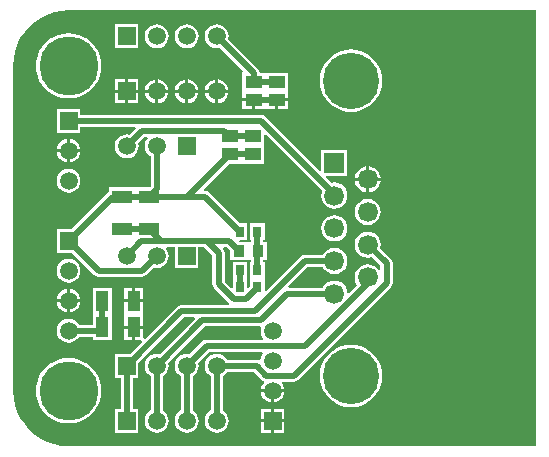
<source format=gtl>
G04 Layer_Physical_Order=1*
G04 Layer_Color=255*
%FSLAX24Y24*%
%MOIN*%
G70*
G01*
G75*
%ADD10R,0.0433X0.0669*%
%ADD11R,0.0669X0.0433*%
%ADD12R,0.0276X0.0354*%
%ADD13R,0.0551X0.0433*%
%ADD14R,0.0374X0.0394*%
%ADD15C,0.0200*%
%ADD16C,0.1874*%
%ADD17R,0.0665X0.0665*%
%ADD18C,0.0665*%
%ADD19C,0.0591*%
%ADD20R,0.0591X0.0591*%
%ADD21R,0.0591X0.0591*%
%ADD22C,0.1969*%
G36*
X0Y12674D02*
X15595D01*
Y-1847D01*
X0D01*
X-7Y-1848D01*
X-241Y-1833D01*
X-479Y-1786D01*
X-708Y-1708D01*
X-924Y-1601D01*
X-1126Y-1467D01*
X-1307Y-1307D01*
X-1467Y-1126D01*
X-1601Y-924D01*
X-1708Y-708D01*
X-1786Y-479D01*
X-1833Y-241D01*
X-1848Y-7D01*
X-1847Y0D01*
Y10827D01*
X-1848Y10834D01*
X-1833Y11068D01*
X-1786Y11305D01*
X-1708Y11534D01*
X-1601Y11751D01*
X-1467Y11952D01*
X-1307Y12134D01*
X-1126Y12294D01*
X-924Y12428D01*
X-708Y12535D01*
X-479Y12613D01*
X-241Y12660D01*
X-7Y12675D01*
X0Y12674D01*
D02*
G37*
%LPC*%
G36*
X2498Y3435D02*
X2231D01*
Y3050D01*
X2498D01*
Y3435D01*
D02*
G37*
G36*
X0Y4399D02*
X-103Y4385D01*
X-199Y4345D01*
X-282Y4282D01*
X-345Y4199D01*
X-385Y4103D01*
X-399Y4000D01*
X-385Y3897D01*
X-345Y3801D01*
X-282Y3718D01*
X-199Y3655D01*
X-103Y3615D01*
X0Y3601D01*
X103Y3615D01*
X199Y3655D01*
X282Y3718D01*
X345Y3801D01*
X385Y3897D01*
X399Y4000D01*
X385Y4103D01*
X345Y4199D01*
X282Y4282D01*
X199Y4345D01*
X103Y4385D01*
X0Y4399D01*
D02*
G37*
G36*
X8859Y5850D02*
X8746Y5835D01*
X8641Y5791D01*
X8550Y5722D01*
X8481Y5632D01*
X8437Y5526D01*
X8422Y5413D01*
X8437Y5300D01*
X8481Y5195D01*
X8550Y5105D01*
X8641Y5035D01*
X8746Y4992D01*
X8859Y4977D01*
X8972Y4992D01*
X9077Y5035D01*
X9167Y5105D01*
X9237Y5195D01*
X9280Y5300D01*
X9295Y5413D01*
X9280Y5526D01*
X9237Y5632D01*
X9167Y5722D01*
X9077Y5791D01*
X8972Y5835D01*
X8859Y5850D01*
D02*
G37*
G36*
X2131Y3435D02*
X1865D01*
Y3050D01*
X2131D01*
Y3435D01*
D02*
G37*
G36*
X-50Y3392D02*
X-103Y3385D01*
X-199Y3345D01*
X-282Y3282D01*
X-345Y3199D01*
X-385Y3103D01*
X-392Y3050D01*
X-50D01*
Y3392D01*
D02*
G37*
G36*
X50D02*
Y3050D01*
X392D01*
X385Y3103D01*
X345Y3199D01*
X282Y3282D01*
X199Y3345D01*
X103Y3385D01*
X50Y3392D01*
D02*
G37*
G36*
X9977Y6395D02*
X9864Y6380D01*
X9759Y6337D01*
X9668Y6267D01*
X9599Y6177D01*
X9555Y6072D01*
X9540Y5959D01*
X9555Y5846D01*
X9599Y5740D01*
X9668Y5650D01*
X9759Y5581D01*
X9864Y5537D01*
X9977Y5522D01*
X10090Y5537D01*
X10195Y5581D01*
X10285Y5650D01*
X10355Y5740D01*
X10398Y5846D01*
X10413Y5959D01*
X10398Y6072D01*
X10355Y6177D01*
X10285Y6267D01*
X10195Y6337D01*
X10090Y6380D01*
X9977Y6395D01*
D02*
G37*
G36*
X9927Y7479D02*
X9864Y7471D01*
X9759Y7427D01*
X9668Y7358D01*
X9599Y7267D01*
X9555Y7162D01*
X9547Y7099D01*
X9927D01*
Y7479D01*
D02*
G37*
G36*
X10027D02*
Y7099D01*
X10407D01*
X10398Y7162D01*
X10355Y7267D01*
X10285Y7358D01*
X10195Y7427D01*
X10090Y7471D01*
X10027Y7479D01*
D02*
G37*
G36*
X-50Y7950D02*
X-392D01*
X-385Y7897D01*
X-345Y7801D01*
X-282Y7718D01*
X-199Y7655D01*
X-103Y7615D01*
X-50Y7608D01*
Y7950D01*
D02*
G37*
G36*
X0Y7399D02*
X-103Y7385D01*
X-199Y7345D01*
X-282Y7282D01*
X-345Y7199D01*
X-385Y7103D01*
X-399Y7000D01*
X-385Y6897D01*
X-345Y6801D01*
X-282Y6718D01*
X-199Y6655D01*
X-103Y6615D01*
X0Y6601D01*
X103Y6615D01*
X199Y6655D01*
X282Y6718D01*
X345Y6801D01*
X385Y6897D01*
X399Y7000D01*
X385Y7103D01*
X345Y7199D01*
X282Y7282D01*
X199Y7345D01*
X103Y7385D01*
X0Y7399D01*
D02*
G37*
G36*
X9927Y6999D02*
X9547D01*
X9555Y6936D01*
X9599Y6831D01*
X9668Y6741D01*
X9759Y6671D01*
X9864Y6628D01*
X9927Y6619D01*
Y6999D01*
D02*
G37*
G36*
X10407D02*
X10027D01*
Y6619D01*
X10090Y6628D01*
X10195Y6671D01*
X10285Y6741D01*
X10355Y6831D01*
X10398Y6936D01*
X10407Y6999D01*
D02*
G37*
G36*
X6750Y-605D02*
X6405D01*
Y-950D01*
X6750D01*
Y-605D01*
D02*
G37*
G36*
X7195D02*
X6850D01*
Y-950D01*
X7195D01*
Y-605D01*
D02*
G37*
G36*
X9418Y1534D02*
X9255Y1522D01*
X9096Y1483D01*
X8946Y1421D01*
X8806Y1336D01*
X8682Y1230D01*
X8576Y1106D01*
X8491Y966D01*
X8429Y816D01*
X8390Y657D01*
X8378Y494D01*
X8390Y331D01*
X8429Y173D01*
X8491Y22D01*
X8576Y-117D01*
X8682Y-241D01*
X8806Y-347D01*
X8946Y-433D01*
X9096Y-495D01*
X9255Y-533D01*
X9418Y-546D01*
X9581Y-533D01*
X9739Y-495D01*
X9890Y-433D01*
X10029Y-347D01*
X10153Y-241D01*
X10259Y-117D01*
X10345Y22D01*
X10407Y173D01*
X10445Y331D01*
X10458Y494D01*
X10445Y657D01*
X10407Y816D01*
X10345Y966D01*
X10259Y1106D01*
X10153Y1230D01*
X10029Y1336D01*
X9890Y1421D01*
X9739Y1483D01*
X9581Y1522D01*
X9418Y1534D01*
D02*
G37*
G36*
X6750Y-1050D02*
X6405D01*
Y-1395D01*
X6750D01*
Y-1050D01*
D02*
G37*
G36*
X7195D02*
X6850D01*
Y-1395D01*
X7195D01*
Y-1050D01*
D02*
G37*
G36*
X0Y1088D02*
X-170Y1074D01*
X-336Y1034D01*
X-494Y969D01*
X-639Y880D01*
X-769Y769D01*
X-880Y639D01*
X-969Y494D01*
X-1034Y336D01*
X-1074Y170D01*
X-1088Y0D01*
X-1074Y-170D01*
X-1034Y-336D01*
X-969Y-494D01*
X-880Y-639D01*
X-769Y-769D01*
X-639Y-880D01*
X-494Y-969D01*
X-336Y-1034D01*
X-170Y-1074D01*
X0Y-1088D01*
X170Y-1074D01*
X336Y-1034D01*
X494Y-969D01*
X639Y-880D01*
X769Y-769D01*
X880Y-639D01*
X969Y-494D01*
X1034Y-336D01*
X1074Y-170D01*
X1088Y0D01*
X1074Y170D01*
X1034Y336D01*
X969Y494D01*
X880Y639D01*
X769Y769D01*
X639Y880D01*
X494Y969D01*
X336Y1034D01*
X170Y1074D01*
X0Y1088D01*
D02*
G37*
G36*
X6750Y-50D02*
X6408D01*
X6415Y-103D01*
X6455Y-199D01*
X6518Y-282D01*
X6601Y-345D01*
X6697Y-385D01*
X6750Y-392D01*
Y-50D01*
D02*
G37*
G36*
X1435Y3435D02*
X802D01*
Y2565D01*
X802D01*
Y2547D01*
X802D01*
Y2204D01*
X342D01*
X282Y2282D01*
X199Y2345D01*
X103Y2385D01*
X0Y2399D01*
X-103Y2385D01*
X-199Y2345D01*
X-282Y2282D01*
X-345Y2199D01*
X-385Y2103D01*
X-399Y2000D01*
X-385Y1897D01*
X-345Y1801D01*
X-282Y1718D01*
X-199Y1655D01*
X-103Y1615D01*
X0Y1601D01*
X103Y1615D01*
X199Y1655D01*
X282Y1718D01*
X342Y1796D01*
X802D01*
Y1678D01*
X1435D01*
Y2547D01*
X1435D01*
Y2565D01*
X1435D01*
Y3435D01*
D02*
G37*
G36*
X-50Y2950D02*
X-392D01*
X-385Y2897D01*
X-345Y2801D01*
X-282Y2718D01*
X-199Y2655D01*
X-103Y2615D01*
X-50Y2608D01*
Y2950D01*
D02*
G37*
G36*
X392D02*
X50D01*
Y2608D01*
X103Y2615D01*
X199Y2655D01*
X282Y2718D01*
X345Y2801D01*
X385Y2897D01*
X392Y2950D01*
D02*
G37*
G36*
X7192Y-50D02*
X6850D01*
Y-392D01*
X6903Y-385D01*
X6999Y-345D01*
X7082Y-282D01*
X7145Y-199D01*
X7185Y-103D01*
X7192Y-50D01*
D02*
G37*
G36*
X2131Y2062D02*
X1865D01*
Y1678D01*
X2131D01*
Y2062D01*
D02*
G37*
G36*
X2498Y2950D02*
X2182D01*
X1865D01*
Y2597D01*
X1865Y2565D01*
X1865Y2515D01*
Y2163D01*
X2182D01*
X2498D01*
Y2515D01*
X2498Y2547D01*
X2498Y2597D01*
Y2950D01*
D02*
G37*
G36*
X392Y7950D02*
X50D01*
Y7608D01*
X103Y7615D01*
X199Y7655D01*
X282Y7718D01*
X345Y7801D01*
X385Y7897D01*
X392Y7950D01*
D02*
G37*
G36*
X2332Y10376D02*
X1987D01*
Y10031D01*
X2332D01*
Y10376D01*
D02*
G37*
G36*
X2887Y10373D02*
X2834Y10366D01*
X2738Y10326D01*
X2655Y10263D01*
X2592Y10180D01*
X2552Y10084D01*
X2545Y10031D01*
X2887D01*
Y10373D01*
D02*
G37*
G36*
X2987D02*
Y10031D01*
X3329D01*
X3322Y10084D01*
X3282Y10180D01*
X3219Y10263D01*
X3136Y10326D01*
X3040Y10366D01*
X2987Y10373D01*
D02*
G37*
G36*
X5329Y9931D02*
X4987D01*
Y9589D01*
X5040Y9596D01*
X5136Y9636D01*
X5219Y9699D01*
X5282Y9782D01*
X5322Y9878D01*
X5329Y9931D01*
D02*
G37*
G36*
X0Y11914D02*
X-170Y11901D01*
X-336Y11861D01*
X-494Y11796D01*
X-639Y11707D01*
X-769Y11596D01*
X-880Y11466D01*
X-969Y11321D01*
X-1034Y11163D01*
X-1074Y10997D01*
X-1088Y10827D01*
X-1074Y10657D01*
X-1034Y10491D01*
X-969Y10333D01*
X-880Y10187D01*
X-769Y10058D01*
X-639Y9947D01*
X-494Y9858D01*
X-336Y9792D01*
X-170Y9753D01*
X0Y9739D01*
X170Y9753D01*
X336Y9792D01*
X494Y9858D01*
X639Y9947D01*
X769Y10058D01*
X880Y10187D01*
X969Y10333D01*
X1034Y10491D01*
X1074Y10657D01*
X1088Y10827D01*
X1074Y10997D01*
X1034Y11163D01*
X969Y11321D01*
X880Y11466D01*
X769Y11596D01*
X639Y11707D01*
X494Y11796D01*
X336Y11861D01*
X170Y11901D01*
X0Y11914D01*
D02*
G37*
G36*
X1887Y10376D02*
X1542D01*
Y10031D01*
X1887D01*
Y10376D01*
D02*
G37*
G36*
X3887Y10373D02*
X3834Y10366D01*
X3738Y10326D01*
X3655Y10263D01*
X3592Y10180D01*
X3552Y10084D01*
X3545Y10031D01*
X3887D01*
Y10373D01*
D02*
G37*
G36*
X2937Y12210D02*
X2834Y12196D01*
X2738Y12156D01*
X2655Y12093D01*
X2592Y12010D01*
X2552Y11914D01*
X2538Y11811D01*
X2552Y11708D01*
X2592Y11612D01*
X2655Y11529D01*
X2738Y11466D01*
X2834Y11426D01*
X2937Y11412D01*
X3040Y11426D01*
X3136Y11466D01*
X3219Y11529D01*
X3282Y11612D01*
X3322Y11708D01*
X3336Y11811D01*
X3322Y11914D01*
X3282Y12010D01*
X3219Y12093D01*
X3136Y12156D01*
X3040Y12196D01*
X2937Y12210D01*
D02*
G37*
G36*
X3937D02*
X3834Y12196D01*
X3738Y12156D01*
X3655Y12093D01*
X3592Y12010D01*
X3552Y11914D01*
X3538Y11811D01*
X3552Y11708D01*
X3592Y11612D01*
X3655Y11529D01*
X3738Y11466D01*
X3834Y11426D01*
X3937Y11412D01*
X4040Y11426D01*
X4136Y11466D01*
X4219Y11529D01*
X4282Y11612D01*
X4322Y11708D01*
X4336Y11811D01*
X4322Y11914D01*
X4282Y12010D01*
X4219Y12093D01*
X4136Y12156D01*
X4040Y12196D01*
X3937Y12210D01*
D02*
G37*
G36*
X2332Y12206D02*
X1542D01*
Y11416D01*
X2332D01*
Y12206D01*
D02*
G37*
G36*
X3987Y10373D02*
Y10031D01*
X4329D01*
X4322Y10084D01*
X4282Y10180D01*
X4219Y10263D01*
X4136Y10326D01*
X4040Y10366D01*
X3987Y10373D01*
D02*
G37*
G36*
X4887D02*
X4834Y10366D01*
X4738Y10326D01*
X4655Y10263D01*
X4592Y10180D01*
X4552Y10084D01*
X4545Y10031D01*
X4887D01*
Y10373D01*
D02*
G37*
G36*
X4987D02*
Y10031D01*
X5329D01*
X5322Y10084D01*
X5282Y10180D01*
X5219Y10263D01*
X5136Y10326D01*
X5040Y10366D01*
X4987Y10373D01*
D02*
G37*
G36*
X4887Y9931D02*
X4545D01*
X4552Y9878D01*
X4592Y9782D01*
X4655Y9699D01*
X4738Y9636D01*
X4834Y9596D01*
X4887Y9589D01*
Y9931D01*
D02*
G37*
G36*
X9418Y11373D02*
X9255Y11360D01*
X9096Y11322D01*
X8946Y11260D01*
X8806Y11174D01*
X8682Y11068D01*
X8576Y10944D01*
X8491Y10805D01*
X8429Y10654D01*
X8390Y10495D01*
X8378Y10333D01*
X8390Y10170D01*
X8429Y10011D01*
X8491Y9860D01*
X8576Y9721D01*
X8682Y9597D01*
X8806Y9491D01*
X8946Y9406D01*
X9096Y9343D01*
X9255Y9305D01*
X9418Y9292D01*
X9581Y9305D01*
X9739Y9343D01*
X9890Y9406D01*
X10029Y9491D01*
X10153Y9597D01*
X10259Y9721D01*
X10345Y9860D01*
X10407Y10011D01*
X10445Y10170D01*
X10458Y10333D01*
X10445Y10495D01*
X10407Y10654D01*
X10345Y10805D01*
X10259Y10944D01*
X10153Y11068D01*
X10029Y11174D01*
X9890Y11260D01*
X9739Y11322D01*
X9581Y11360D01*
X9418Y11373D01*
D02*
G37*
G36*
X4937Y12210D02*
X4834Y12196D01*
X4738Y12156D01*
X4655Y12093D01*
X4592Y12010D01*
X4552Y11914D01*
X4538Y11811D01*
X4552Y11708D01*
X4592Y11612D01*
X4655Y11529D01*
X4738Y11466D01*
X4834Y11426D01*
X4937Y11412D01*
X5034Y11425D01*
X5811Y10648D01*
X5793Y10605D01*
X5793D01*
Y9972D01*
Y9748D01*
X6169D01*
Y9698D01*
X6219D01*
Y9382D01*
X6545D01*
Y9381D01*
X6563D01*
Y9382D01*
X6888D01*
Y9698D01*
X6938D01*
Y9748D01*
X7314D01*
Y9972D01*
Y10605D01*
X6563D01*
Y10605D01*
X6545D01*
Y10605D01*
X6368D01*
X6357Y10657D01*
X6313Y10723D01*
X5323Y11714D01*
X5336Y11811D01*
X5322Y11914D01*
X5282Y12010D01*
X5219Y12093D01*
X5136Y12156D01*
X5040Y12196D01*
X4937Y12210D01*
D02*
G37*
G36*
X6119Y9648D02*
X5793D01*
Y9382D01*
X6119D01*
Y9648D01*
D02*
G37*
G36*
X-50Y8392D02*
X-103Y8385D01*
X-199Y8345D01*
X-282Y8282D01*
X-345Y8199D01*
X-385Y8103D01*
X-392Y8050D01*
X-50D01*
Y8392D01*
D02*
G37*
G36*
X50D02*
Y8050D01*
X392D01*
X385Y8103D01*
X345Y8199D01*
X282Y8282D01*
X199Y8345D01*
X103Y8385D01*
X50Y8392D01*
D02*
G37*
G36*
X395Y9395D02*
X-395D01*
Y8605D01*
X395D01*
Y8796D01*
X2229D01*
X2248Y8750D01*
X2034Y8537D01*
X1937Y8549D01*
X1834Y8536D01*
X1738Y8496D01*
X1655Y8433D01*
X1592Y8350D01*
X1552Y8254D01*
X1538Y8151D01*
X1552Y8048D01*
X1592Y7951D01*
X1655Y7869D01*
X1738Y7805D01*
X1834Y7766D01*
X1937Y7752D01*
X2040Y7766D01*
X2136Y7805D01*
X2219Y7869D01*
X2282Y7951D01*
X2322Y8048D01*
X2336Y8151D01*
X2323Y8248D01*
X2534Y8460D01*
X2613D01*
X2638Y8410D01*
X2592Y8350D01*
X2552Y8254D01*
X2538Y8151D01*
X2552Y8048D01*
X2592Y7951D01*
X2655Y7869D01*
X2733Y7809D01*
Y6811D01*
X2707Y6785D01*
X2244D01*
Y6785D01*
X2226D01*
Y6785D01*
X1357D01*
Y6634D01*
X1324Y6613D01*
X107Y5395D01*
X-395D01*
Y4605D01*
X107D01*
X861Y3851D01*
X861Y3851D01*
X927Y3807D01*
X1005Y3791D01*
X1005Y3791D01*
X2442D01*
X2520Y3807D01*
X2586Y3851D01*
X2840Y4105D01*
X2937Y4092D01*
X3040Y4105D01*
X3136Y4145D01*
X3219Y4209D01*
X3282Y4291D01*
X3322Y4387D01*
X3336Y4490D01*
X3322Y4594D01*
X3282Y4690D01*
X3250Y4732D01*
X3275Y4782D01*
X3542D01*
Y4095D01*
X4332D01*
Y4782D01*
X4530D01*
X4796Y4516D01*
Y3552D01*
X4812Y3473D01*
X4856Y3407D01*
X5357Y2906D01*
X5360Y2904D01*
X5345Y2854D01*
X3757D01*
X3679Y2838D01*
X3613Y2794D01*
X2544Y1726D01*
X2498Y1745D01*
Y2062D01*
X2231D01*
Y1678D01*
X2431D01*
X2450Y1632D01*
X2044Y1225D01*
X1542D01*
Y435D01*
X1733D01*
Y-605D01*
X1542D01*
Y-1395D01*
X2332D01*
Y-605D01*
X2141D01*
Y435D01*
X2332D01*
Y937D01*
X3841Y2446D01*
X4199D01*
X4218Y2400D01*
X3034Y1216D01*
X2937Y1229D01*
X2834Y1215D01*
X2738Y1175D01*
X2655Y1112D01*
X2592Y1029D01*
X2552Y933D01*
X2538Y830D01*
X2552Y727D01*
X2592Y631D01*
X2655Y548D01*
X2733Y488D01*
Y-658D01*
X2655Y-718D01*
X2592Y-801D01*
X2552Y-897D01*
X2538Y-1000D01*
X2552Y-1103D01*
X2592Y-1199D01*
X2655Y-1282D01*
X2738Y-1345D01*
X2834Y-1385D01*
X2937Y-1399D01*
X3040Y-1385D01*
X3136Y-1345D01*
X3219Y-1282D01*
X3282Y-1199D01*
X3322Y-1103D01*
X3336Y-1000D01*
X3322Y-897D01*
X3282Y-801D01*
X3219Y-718D01*
X3141Y-658D01*
Y488D01*
X3219Y548D01*
X3282Y631D01*
X3322Y727D01*
X3336Y830D01*
X3323Y928D01*
X4541Y2146D01*
X6379D01*
X6411Y2107D01*
X6414Y2098D01*
X6401Y2000D01*
X6415Y1897D01*
X6455Y1801D01*
X6494Y1749D01*
X6470Y1699D01*
X4602D01*
X4524Y1684D01*
X4458Y1639D01*
X4034Y1216D01*
X3937Y1229D01*
X3834Y1215D01*
X3738Y1175D01*
X3655Y1112D01*
X3592Y1029D01*
X3552Y933D01*
X3538Y830D01*
X3552Y727D01*
X3592Y631D01*
X3655Y548D01*
X3733Y488D01*
Y-658D01*
X3655Y-718D01*
X3592Y-801D01*
X3552Y-897D01*
X3538Y-1000D01*
X3552Y-1103D01*
X3592Y-1199D01*
X3655Y-1282D01*
X3738Y-1345D01*
X3834Y-1385D01*
X3937Y-1399D01*
X4040Y-1385D01*
X4136Y-1345D01*
X4219Y-1282D01*
X4282Y-1199D01*
X4322Y-1103D01*
X4336Y-1000D01*
X4322Y-897D01*
X4282Y-801D01*
X4219Y-718D01*
X4141Y-658D01*
Y488D01*
X4219Y548D01*
X4282Y631D01*
X4322Y727D01*
X4336Y830D01*
X4323Y928D01*
X4687Y1291D01*
X6462D01*
X6487Y1241D01*
X6455Y1199D01*
X6415Y1103D01*
X6406Y1039D01*
X6353Y1015D01*
X6347Y1019D01*
X6269Y1034D01*
X5279D01*
X5219Y1112D01*
X5136Y1175D01*
X5040Y1215D01*
X4937Y1229D01*
X4834Y1215D01*
X4738Y1175D01*
X4655Y1112D01*
X4592Y1029D01*
X4552Y933D01*
X4538Y830D01*
X4552Y727D01*
X4592Y631D01*
X4655Y548D01*
X4733Y488D01*
Y-658D01*
X4655Y-718D01*
X4592Y-801D01*
X4552Y-897D01*
X4538Y-1000D01*
X4552Y-1103D01*
X4592Y-1199D01*
X4655Y-1282D01*
X4738Y-1345D01*
X4834Y-1385D01*
X4937Y-1399D01*
X5040Y-1385D01*
X5136Y-1345D01*
X5219Y-1282D01*
X5282Y-1199D01*
X5322Y-1103D01*
X5336Y-1000D01*
X5322Y-897D01*
X5282Y-801D01*
X5219Y-718D01*
X5141Y-658D01*
Y488D01*
X5219Y548D01*
X5279Y626D01*
X6185D01*
X6451Y361D01*
X6498Y329D01*
X6504Y315D01*
X6509Y276D01*
X6507Y267D01*
X6455Y199D01*
X6415Y103D01*
X6408Y50D01*
X6800D01*
X7192D01*
X7185Y103D01*
X7145Y199D01*
X7106Y251D01*
X7130Y301D01*
X7505D01*
X7583Y316D01*
X7649Y361D01*
X10744Y3456D01*
X10788Y3522D01*
X10804Y3600D01*
Y4245D01*
X10788Y4323D01*
X10744Y4389D01*
X10744Y4389D01*
X10392Y4741D01*
X10398Y4755D01*
X10413Y4868D01*
X10398Y4981D01*
X10355Y5086D01*
X10285Y5177D01*
X10195Y5246D01*
X10090Y5290D01*
X9977Y5305D01*
X9864Y5290D01*
X9759Y5246D01*
X9668Y5177D01*
X9599Y5086D01*
X9555Y4981D01*
X9540Y4868D01*
X9555Y4755D01*
X9599Y4650D01*
X9668Y4560D01*
X9759Y4490D01*
X9864Y4447D01*
X9977Y4432D01*
X10090Y4447D01*
X10104Y4452D01*
X10396Y4161D01*
Y4020D01*
X10346Y4007D01*
X10285Y4086D01*
X10195Y4155D01*
X10090Y4199D01*
X9977Y4214D01*
X9864Y4199D01*
X9759Y4155D01*
X9668Y4086D01*
X9599Y3996D01*
X9555Y3891D01*
X9540Y3778D01*
X9555Y3665D01*
X9599Y3559D01*
X9621Y3530D01*
X9343Y3252D01*
X9290Y3270D01*
X9280Y3345D01*
X9237Y3450D01*
X9167Y3541D01*
X9077Y3610D01*
X8972Y3654D01*
X8859Y3669D01*
X8746Y3654D01*
X8641Y3610D01*
X8550Y3541D01*
X8481Y3450D01*
X8475Y3436D01*
X7345D01*
X7325Y3486D01*
X7957Y4119D01*
X8475D01*
X8481Y4105D01*
X8550Y4014D01*
X8641Y3945D01*
X8746Y3901D01*
X8859Y3886D01*
X8972Y3901D01*
X9077Y3945D01*
X9167Y4014D01*
X9237Y4105D01*
X9280Y4210D01*
X9295Y4323D01*
X9280Y4436D01*
X9237Y4541D01*
X9167Y4631D01*
X9077Y4701D01*
X8972Y4744D01*
X8859Y4759D01*
X8746Y4744D01*
X8641Y4701D01*
X8550Y4631D01*
X8481Y4541D01*
X8475Y4527D01*
X7873D01*
X7795Y4511D01*
X7729Y4467D01*
X6579Y3318D01*
X6533Y3337D01*
Y3690D01*
X6533Y3740D01*
X6533Y3772D01*
Y4294D01*
X6499D01*
Y4362D01*
X6602D01*
Y4955D01*
X6499D01*
Y5023D01*
X6533D01*
Y5577D01*
X6057D01*
Y5023D01*
X6091D01*
Y4955D01*
X6028D01*
Y4362D01*
X6091D01*
Y4294D01*
X6057D01*
Y3772D01*
X6057Y3722D01*
X6057Y3690D01*
Y3488D01*
X5989Y3419D01*
X5943Y3438D01*
Y3722D01*
X5943D01*
X5943Y3740D01*
X5943D01*
Y4294D01*
X5467D01*
Y3740D01*
X5467D01*
X5467Y3722D01*
X5467D01*
Y3438D01*
X5421Y3419D01*
X5204Y3636D01*
Y4600D01*
X5188Y4678D01*
X5152Y4732D01*
X5171Y4782D01*
X5273D01*
X5398Y4657D01*
Y4362D01*
X5972D01*
Y4955D01*
X5699D01*
X5686Y4973D01*
X5711Y5023D01*
X5943D01*
Y5577D01*
X5716D01*
X4680Y6613D01*
X4614Y6657D01*
X4536Y6672D01*
X4520D01*
X4501Y6719D01*
X5352Y7570D01*
X5756D01*
Y7570D01*
X5774D01*
Y7570D01*
X6526D01*
Y8161D01*
Y8523D01*
X6572Y8542D01*
X8455Y6659D01*
X8437Y6617D01*
X8422Y6504D01*
X8437Y6391D01*
X8481Y6286D01*
X8550Y6195D01*
X8641Y6126D01*
X8746Y6082D01*
X8859Y6068D01*
X8972Y6082D01*
X9077Y6126D01*
X9167Y6195D01*
X9237Y6286D01*
X9280Y6391D01*
X9295Y6504D01*
X9280Y6617D01*
X9237Y6722D01*
X9167Y6813D01*
X9077Y6882D01*
X8972Y6925D01*
X8859Y6940D01*
X8763Y6928D01*
X8575Y7116D01*
X8594Y7162D01*
X9291D01*
Y8027D01*
X8426D01*
Y7330D01*
X8380Y7311D01*
X6547Y9144D01*
X6481Y9188D01*
X6402Y9204D01*
X395D01*
Y9395D01*
D02*
G37*
G36*
X7314Y9648D02*
X6988D01*
Y9382D01*
X7314D01*
Y9648D01*
D02*
G37*
G36*
X3329Y9931D02*
X2987D01*
Y9589D01*
X3040Y9596D01*
X3136Y9636D01*
X3219Y9699D01*
X3282Y9782D01*
X3322Y9878D01*
X3329Y9931D01*
D02*
G37*
G36*
X3887D02*
X3545D01*
X3552Y9878D01*
X3592Y9782D01*
X3655Y9699D01*
X3738Y9636D01*
X3834Y9596D01*
X3887Y9589D01*
Y9931D01*
D02*
G37*
G36*
X4329D02*
X3987D01*
Y9589D01*
X4040Y9596D01*
X4136Y9636D01*
X4219Y9699D01*
X4282Y9782D01*
X4322Y9878D01*
X4329Y9931D01*
D02*
G37*
G36*
X1887D02*
X1542D01*
Y9586D01*
X1887D01*
Y9931D01*
D02*
G37*
G36*
X2332D02*
X1987D01*
Y9586D01*
X2332D01*
Y9931D01*
D02*
G37*
G36*
X2887D02*
X2545D01*
X2552Y9878D01*
X2592Y9782D01*
X2655Y9699D01*
X2738Y9636D01*
X2834Y9596D01*
X2887Y9589D01*
Y9931D01*
D02*
G37*
%LPD*%
D10*
X2182Y2113D02*
D03*
X1119D02*
D03*
X2182Y3000D02*
D03*
X1119D02*
D03*
D11*
X2679Y6468D02*
D03*
Y5405D02*
D03*
X1791Y6468D02*
D03*
Y5405D02*
D03*
D12*
X5705Y5300D02*
D03*
X6295D02*
D03*
X6295Y4017D02*
D03*
X5705D02*
D03*
X5705Y3445D02*
D03*
X6295D02*
D03*
D13*
X6938Y10289D02*
D03*
Y9698D02*
D03*
X6169Y10289D02*
D03*
Y9698D02*
D03*
X5381Y8478D02*
D03*
Y7887D02*
D03*
X6150Y8478D02*
D03*
Y7887D02*
D03*
D14*
X6315Y4659D02*
D03*
X5685D02*
D03*
D15*
X1119Y2113D02*
Y3000D01*
X1006Y2000D02*
X1119Y2113D01*
X0Y2000D02*
X1006D01*
X6295Y4017D02*
Y5300D01*
X6169Y9698D02*
X6938D01*
X1005Y3995D02*
X2442D01*
X2937Y4490D01*
X0Y5000D02*
X1005Y3995D01*
X8859Y6504D02*
Y6544D01*
X6402Y9000D02*
X8859Y6544D01*
X0Y9000D02*
X6402D01*
X7875Y1495D02*
X9977Y3597D01*
Y3778D01*
Y4868D02*
X10600Y4245D01*
Y3600D02*
Y4245D01*
X7505Y505D02*
X10600Y3600D01*
X6595Y505D02*
X7505D01*
X6269Y830D02*
X6595Y505D01*
X4937Y830D02*
X6269D01*
X4602Y1495D02*
X7875D01*
X3937Y830D02*
X4602Y1495D01*
X7282Y3232D02*
X8859D01*
X6400Y2350D02*
X7282Y3232D01*
X4457Y2350D02*
X6400D01*
X5908Y3050D02*
X6295Y3437D01*
X5501Y3050D02*
X5908D01*
X5000Y3552D02*
X5501Y3050D01*
X6200Y2650D02*
X7873Y4323D01*
X2937Y830D02*
X4457Y2350D01*
X7873Y4323D02*
X8859D01*
X3757Y2650D02*
X6200D01*
X1937Y830D02*
X3757Y2650D01*
X2679Y6468D02*
X3962D01*
X4536D01*
X3962D02*
X5381Y7887D01*
X4536Y6468D02*
X5705Y5300D01*
X0Y5000D02*
X1468Y6468D01*
X1791D01*
X2679D02*
X2937Y6727D01*
Y8151D01*
X1791Y6468D02*
X2679D01*
X2432Y4986D02*
X3099D01*
X4614D01*
X2679Y5405D02*
X3099Y4986D01*
X1791Y5405D02*
X2679D01*
X2937Y8151D02*
X2999D01*
X2450Y8664D02*
X5194D01*
X5381Y8478D01*
X1937Y-1000D02*
Y830D01*
X2937Y-1000D02*
Y830D01*
X3937Y-1000D02*
Y830D01*
X4937Y-1000D02*
Y830D01*
X1937Y8151D02*
X2450Y8664D01*
X5381Y8478D02*
X6150D01*
X5381Y7887D02*
X6150D01*
X4937Y11811D02*
X6169Y10579D01*
Y10289D02*
Y10579D01*
Y10289D02*
X6938D01*
X6295Y4017D02*
X6295Y4017D01*
X5705Y3445D02*
Y4017D01*
X5705Y3445D02*
X5705Y3445D01*
X6295Y3437D02*
Y3445D01*
X5000Y3552D02*
Y4600D01*
X4614Y4986D02*
X5000Y4600D01*
X1937Y4490D02*
X2432Y4986D01*
X4614D02*
X5358D01*
X5685Y4659D01*
D16*
X9418Y494D02*
D03*
Y10333D02*
D03*
D17*
X8859Y7594D02*
D03*
D18*
X9977Y7049D02*
D03*
X8859Y6504D02*
D03*
X9977Y5959D02*
D03*
X8859Y5413D02*
D03*
X9977Y4868D02*
D03*
X8859Y4323D02*
D03*
X9977Y3778D02*
D03*
X8859Y3232D02*
D03*
D19*
X0Y2000D02*
D03*
Y3000D02*
D03*
Y4000D02*
D03*
X4937Y830D02*
D03*
X3937D02*
D03*
X2937D02*
D03*
X4937Y-1000D02*
D03*
X3937D02*
D03*
X2937D02*
D03*
Y8151D02*
D03*
X1937D02*
D03*
X2937Y4490D02*
D03*
X1937D02*
D03*
X0Y8000D02*
D03*
Y7000D02*
D03*
X4937Y9981D02*
D03*
X3937D02*
D03*
X2937D02*
D03*
X6800Y2000D02*
D03*
Y1000D02*
D03*
Y0D02*
D03*
X4937Y11811D02*
D03*
X3937D02*
D03*
X2937D02*
D03*
D20*
X0Y5000D02*
D03*
Y9000D02*
D03*
X6800Y-1000D02*
D03*
D21*
X1937Y830D02*
D03*
Y-1000D02*
D03*
X3937Y8151D02*
D03*
Y4490D02*
D03*
X1937Y9981D02*
D03*
Y11811D02*
D03*
D22*
X0Y0D02*
D03*
Y10827D02*
D03*
M02*

</source>
